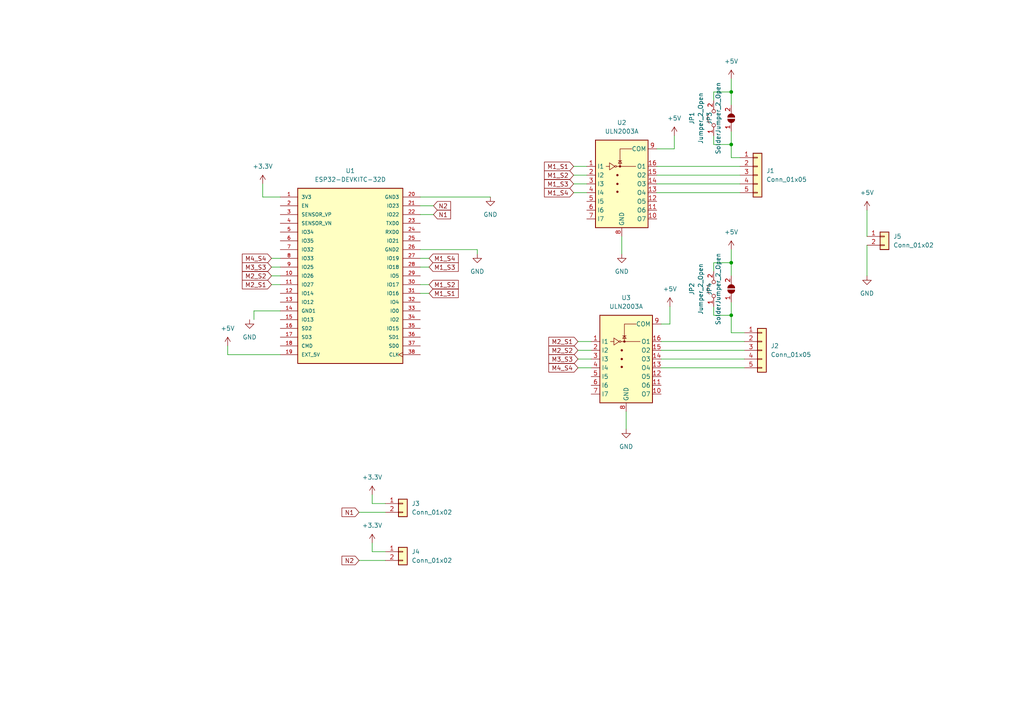
<source format=kicad_sch>
(kicad_sch (version 20211123) (generator eeschema)
  (paper "A4")
  (lib_symbols
    (symbol "Connector_Generic:Conn_01x02" (pin_names (offset 1.016) hide)
      (property "Reference" "J" (at 0 2.54 0))
      (property "Value" "Conn_01x02" (at 0 -5.08 0))
      (symbol "Conn_01x02_1_1"
        (rectangle (start -1.27 -2.413) (end 0 -2.667) (stroke (width 0.1524)))
        (rectangle (start -1.27 0.127) (end 0 -0.127) (stroke (width 0.1524)))
        (rectangle (start -1.27 1.27) (end 1.27 -3.81) (stroke (width 0.254)) (fill (type background)))
        (pin passive line (at -5.08 0 0) (length 3.81) (name "Pin_1") (number "1"))
        (pin passive line (at -5.08 -2.54 0) (length 3.81) (name "Pin_2") (number "2"))
      )
    )
    (symbol "Connector_Generic:Conn_01x05" (pin_names (offset 1.016) hide)
      (property "Reference" "J" (at 0 7.62 0))
      (property "Value" "Conn_01x05" (at 0 -7.62 0))
      (symbol "Conn_01x05_1_1"
        (rectangle (start -1.27 -4.953) (end 0 -5.207) (stroke (width 0.1524)))
        (rectangle (start -1.27 -2.413) (end 0 -2.667) (stroke (width 0.1524)))
        (rectangle (start -1.27 0.127) (end 0 -0.127) (stroke (width 0.1524)))
        (rectangle (start -1.27 2.667) (end 0 2.413) (stroke (width 0.1524)))
        (rectangle (start -1.27 5.207) (end 0 4.953) (stroke (width 0.1524)))
        (rectangle (start -1.27 6.35) (end 1.27 -6.35) (stroke (width 0.254)) (fill (type background)))
        (pin passive line (at -5.08 5.08 0) (length 3.81) (name "Pin_1") (number "1"))
        (pin passive line (at -5.08 2.54 0) (length 3.81) (name "Pin_2") (number "2"))
        (pin passive line (at -5.08 0 0) (length 3.81) (name "Pin_3") (number "3"))
        (pin passive line (at -5.08 -2.54 0) (length 3.81) (name "Pin_4") (number "4"))
        (pin passive line (at -5.08 -5.08 0) (length 3.81) (name "Pin_5") (number "5"))
      )
    )
    (symbol "ESP32-DEVKITC-32D:ESP32-DEVKITC-32D" (pin_names (offset 1.016))
      (property "Reference" "U" (at -15.2654 26.0604 0))
      (property "Value" "ESP32-DEVKITC-32D" (at -15.2654 -27.9654 0))
      (symbol "ESP32-DEVKITC-32D_0_0"
        (rectangle (start -15.24 -25.4) (end 15.24 25.4) (stroke (width 0.254)) (fill (type background)))
        (pin power_in line (at -20.32 22.86 0) (length 5.08) (name "3V3") (number "1"))
        (pin bidirectional line (at -20.32 0 0) (length 5.08) (name "IO26") (number "10"))
        (pin bidirectional line (at -20.32 -2.54 0) (length 5.08) (name "IO27") (number "11"))
        (pin bidirectional line (at -20.32 -5.08 0) (length 5.08) (name "IO14") (number "12"))
        (pin bidirectional line (at -20.32 -7.62 0) (length 5.08) (name "IO12") (number "13"))
        (pin power_in line (at -20.32 -10.16 0) (length 5.08) (name "GND1") (number "14"))
        (pin bidirectional line (at -20.32 -12.7 0) (length 5.08) (name "IO13") (number "15"))
        (pin bidirectional line (at -20.32 -15.24 0) (length 5.08) (name "SD2") (number "16"))
        (pin bidirectional line (at -20.32 -17.78 0) (length 5.08) (name "SD3") (number "17"))
        (pin bidirectional line (at -20.32 -20.32 0) (length 5.08) (name "CMD") (number "18"))
        (pin power_in line (at -20.32 -22.86 0) (length 5.08) (name "EXT_5V") (number "19"))
        (pin input line (at -20.32 20.32 0) (length 5.08) (name "EN") (number "2"))
        (pin power_in line (at 20.32 22.86 180) (length 5.08) (name "GND3") (number "20"))
        (pin bidirectional line (at 20.32 20.32 180) (length 5.08) (name "IO23") (number "21"))
        (pin bidirectional line (at 20.32 17.78 180) (length 5.08) (name "IO22") (number "22"))
        (pin output line (at 20.32 15.24 180) (length 5.08) (name "TXD0") (number "23"))
        (pin input line (at 20.32 12.7 180) (length 5.08) (name "RXD0") (number "24"))
        (pin bidirectional line (at 20.32 10.16 180) (length 5.08) (name "IO21") (number "25"))
        (pin power_in line (at 20.32 7.62 180) (length 5.08) (name "GND2") (number "26"))
        (pin bidirectional line (at 20.32 5.08 180) (length 5.08) (name "IO19") (number "27"))
        (pin bidirectional line (at 20.32 2.54 180) (length 5.08) (name "IO18") (number "28"))
        (pin bidirectional line (at 20.32 0 180) (length 5.08) (name "IO5") (number "29"))
        (pin input line (at -20.32 17.78 0) (length 5.08) (name "SENSOR_VP") (number "3"))
        (pin bidirectional line (at 20.32 -2.54 180) (length 5.08) (name "IO17") (number "30"))
        (pin bidirectional line (at 20.32 -5.08 180) (length 5.08) (name "IO16") (number "31"))
        (pin bidirectional line (at 20.32 -7.62 180) (length 5.08) (name "IO4") (number "32"))
        (pin bidirectional line (at 20.32 -10.16 180) (length 5.08) (name "IO0") (number "33"))
        (pin bidirectional line (at 20.32 -12.7 180) (length 5.08) (name "IO2") (number "34"))
        (pin bidirectional line (at 20.32 -15.24 180) (length 5.08) (name "IO15") (number "35"))
        (pin bidirectional line (at 20.32 -17.78 180) (length 5.08) (name "SD1") (number "36"))
        (pin bidirectional line (at 20.32 -20.32 180) (length 5.08) (name "SD0") (number "37"))
        (pin input clock (at 20.32 -22.86 180) (length 5.08) (name "CLK") (number "38"))
        (pin input line (at -20.32 15.24 0) (length 5.08) (name "SENSOR_VN") (number "4"))
        (pin bidirectional line (at -20.32 12.7 0) (length 5.08) (name "IO34") (number "5"))
        (pin bidirectional line (at -20.32 10.16 0) (length 5.08) (name "IO35") (number "6"))
        (pin bidirectional line (at -20.32 7.62 0) (length 5.08) (name "IO32") (number "7"))
        (pin bidirectional line (at -20.32 5.08 0) (length 5.08) (name "IO33") (number "8"))
        (pin bidirectional line (at -20.32 2.54 0) (length 5.08) (name "IO25") (number "9"))
      )
    )
    (symbol "Jumper:Jumper_2_Open" (pin_names (offset 0) hide)
      (property "Reference" "JP" (at 0 2.794 0))
      (property "Value" "Jumper_2_Open" (at 0 -2.286 0))
      (symbol "Jumper_2_Open_0_0"
        (circle (center -2.032 0) (radius 0.508))
        (circle (center 2.032 0) (radius 0.508))
      )
      (symbol "Jumper_2_Open_0_1"
        (arc (start 1.524 1.27) (mid 0 1.778) (end -1.524 1.27))
      )
      (symbol "Jumper_2_Open_1_1"
        (pin passive line (at -5.08 0 0) (length 2.54) (name "A") (number "1"))
        (pin passive line (at 5.08 0 180) (length 2.54) (name "B") (number "2"))
      )
    )
    (symbol "Jumper:SolderJumper_2_Open" (pin_names (offset 0) hide)
      (property "Reference" "JP" (at 0 2.032 0))
      (property "Value" "SolderJumper_2_Open" (at 0 -2.54 0))
      (symbol "SolderJumper_2_Open_0_1"
        (arc (start -0.254 1.016) (mid -1.27 0) (end -0.254 -1.016))
        (arc (start -0.254 1.016) (mid -1.27 0) (end -0.254 -1.016) (fill (type outline)))
        (polyline (pts (xy -0.254 1.016) (xy -0.254 -1.016)))
        (polyline (pts (xy 0.254 1.016) (xy 0.254 -1.016)))
        (arc (start 0.254 -1.016) (mid 1.27 0) (end 0.254 1.016))
        (arc (start 0.254 -1.016) (mid 1.27 0) (end 0.254 1.016) (fill (type outline)))
      )
      (symbol "SolderJumper_2_Open_1_1"
        (pin passive line (at -3.81 0 0) (length 2.54) (name "A") (number "1"))
        (pin passive line (at 3.81 0 180) (length 2.54) (name "B") (number "2"))
      )
    )
    (symbol "Transistor_Array:ULN2003A"
      (property "Reference" "U" (at 0 15.875 0))
      (property "Value" "ULN2003A" (at 0 13.97 0))
      (symbol "ULN2003A_0_1"
        (rectangle (start -7.62 -12.7) (end 7.62 12.7) (stroke (width 0.254)) (fill (type background)))
        (circle (center -1.778 5.08) (radius 0.254))
        (circle (center -1.27 -2.286) (radius 0.254) (fill (type outline)))
        (circle (center -1.27 0) (radius 0.254) (fill (type outline)))
        (circle (center -1.27 2.54) (radius 0.254) (fill (type outline)))
        (circle (center -0.508 5.08) (radius 0.254) (fill (type outline)))
        (polyline (pts (xy -4.572 5.08) (xy -3.556 5.08)))
        (polyline (pts (xy -1.524 5.08) (xy 4.064 5.08)))
        (polyline (pts (xy 0 6.731) (xy -1.016 6.731)))
        (polyline (pts (xy -0.508 5.08) (xy -0.508 10.16) (xy 2.921 10.16)))
        (polyline (pts (xy -3.556 6.096) (xy -3.556 4.064) (xy -2.032 5.08) (xy -3.556 6.096)))
        (polyline (pts (xy 0 5.969) (xy -1.016 5.969) (xy -0.508 6.731) (xy 0 5.969)))
      )
      (symbol "ULN2003A_1_1"
        (pin input line (at -10.16 5.08 0) (length 2.54) (name "I1") (number "1"))
        (pin open_collector line (at 10.16 -10.16 180) (length 2.54) (name "O7") (number "10"))
        (pin open_collector line (at 10.16 -7.62 180) (length 2.54) (name "O6") (number "11"))
        (pin open_collector line (at 10.16 -5.08 180) (length 2.54) (name "O5") (number "12"))
        (pin open_collector line (at 10.16 -2.54 180) (length 2.54) (name "O4") (number "13"))
        (pin open_collector line (at 10.16 0 180) (length 2.54) (name "O3") (number "14"))
        (pin open_collector line (at 10.16 2.54 180) (length 2.54) (name "O2") (number "15"))
        (pin open_collector line (at 10.16 5.08 180) (length 2.54) (name "O1") (number "16"))
        (pin input line (at -10.16 2.54 0) (length 2.54) (name "I2") (number "2"))
        (pin input line (at -10.16 0 0) (length 2.54) (name "I3") (number "3"))
        (pin input line (at -10.16 -2.54 0) (length 2.54) (name "I4") (number "4"))
        (pin input line (at -10.16 -5.08 0) (length 2.54) (name "I5") (number "5"))
        (pin input line (at -10.16 -7.62 0) (length 2.54) (name "I6") (number "6"))
        (pin input line (at -10.16 -10.16 0) (length 2.54) (name "I7") (number "7"))
        (pin power_in line (at 0 -15.24 90) (length 2.54) (name "GND") (number "8"))
        (pin passive line (at 10.16 10.16 180) (length 2.54) (name "COM") (number "9"))
      )
    )
    (symbol "power:+3.3V" (power) (pin_names (offset 0))
      (property "Value" "+3.3V" (at 0 3.556 0))
      (symbol "+3.3V_0_1"
        (polyline (pts (xy -0.762 1.27) (xy 0 2.54)))
        (polyline (pts (xy 0 0) (xy 0 2.54)))
        (polyline (pts (xy 0 2.54) (xy 0.762 1.27)))
      )
      (symbol "+3.3V_1_1"
        (pin power_in line (at 0 0 90) (length 0) hide (name "+3.3V") (number "1"))
      )
    )
    (symbol "power:+5V" (power) (pin_names (offset 0))
      (property "Value" "+5V" (at 0 3.556 0))
      (symbol "+5V_0_1"
        (polyline (pts (xy -0.762 1.27) (xy 0 2.54)))
        (polyline (pts (xy 0 0) (xy 0 2.54)))
        (polyline (pts (xy 0 2.54) (xy 0.762 1.27)))
      )
      (symbol "+5V_1_1"
        (pin power_in line (at 0 0 90) (length 0) hide (name "+5V") (number "1"))
      )
    )
    (symbol "power:GND" (power) (pin_names (offset 0))
      (property "Value" "GND" (at 0 -3.81 0))
      (symbol "GND_0_1"
        (polyline (pts (xy 0 0) (xy 0 -1.27) (xy 1.27 -1.27) (xy 0 -2.54) (xy -1.27 -1.27) (xy 0 -1.27)))
      )
      (symbol "GND_1_1"
        (pin power_in line (at 0 0 270) (length 0) hide (name "GND") (number "1"))
      )
    )
  )
  (junction (at 212.09 76.2))
  (junction (at 212.09 41.91))
  (junction (at 212.09 91.44))
  (junction (at 212.09 26.67))
  (wire (pts (xy 76.2 57.15) (xy 81.28 57.15)))
  (wire (pts (xy 73.66 90.17) (xy 81.28 90.17)))
  (wire (pts (xy 66.04 100.33) (xy 66.04 102.87)))
  (wire (pts (xy 167.64 104.14) (xy 171.45 104.14)))
  (wire (pts (xy 191.77 93.98) (xy 194.31 93.98)))
  (wire (pts (xy 121.92 62.23) (xy 125.73 62.23)))
  (wire (pts (xy 121.92 85.09) (xy 124.46 85.09)))
  (wire (pts (xy 166.37 50.8) (xy 170.18 50.8)))
  (wire (pts (xy 104.14 148.59) (xy 111.76 148.59)))
  (wire (pts (xy 190.5 50.8) (xy 214.63 50.8)))
  (wire (pts (xy 167.64 106.68) (xy 171.45 106.68)))
  (wire (pts (xy 207.01 26.67) (xy 207.01 29.21)))
  (wire (pts (xy 107.95 146.05) (xy 107.95 143.51)))
  (wire (pts (xy 191.77 101.6) (xy 215.9 101.6)))
  (wire (pts (xy 212.09 41.91) (xy 207.01 41.91)))
  (wire (pts (xy 191.77 106.68) (xy 215.9 106.68)))
  (wire (pts (xy 251.46 60.96) (xy 251.46 68.58)))
  (wire (pts (xy 190.5 48.26) (xy 214.63 48.26)))
  (wire (pts (xy 215.9 96.52) (xy 212.09 96.52)))
  (wire (pts (xy 181.61 119.38) (xy 181.61 124.46)))
  (wire (pts (xy 121.92 82.55) (xy 124.46 82.55)))
  (wire (pts (xy 214.63 45.72) (xy 212.09 45.72)))
  (wire (pts (xy 207.01 76.2) (xy 207.01 78.74)))
  (wire (pts (xy 212.09 96.52) (xy 212.09 91.44)))
  (wire (pts (xy 121.92 57.15) (xy 142.24 57.15)))
  (wire (pts (xy 191.77 99.06) (xy 215.9 99.06)))
  (wire (pts (xy 212.09 26.67) (xy 207.01 26.67)))
  (wire (pts (xy 194.31 88.9) (xy 194.31 93.98)))
  (wire (pts (xy 121.92 74.93) (xy 124.46 74.93)))
  (wire (pts (xy 167.64 99.06) (xy 171.45 99.06)))
  (wire (pts (xy 207.01 41.91) (xy 207.01 39.37)))
  (wire (pts (xy 251.46 71.12) (xy 251.46 80.01)))
  (wire (pts (xy 78.74 74.93) (xy 81.28 74.93)))
  (wire (pts (xy 104.14 162.56) (xy 111.76 162.56)))
  (wire (pts (xy 73.66 92.71) (xy 73.66 90.17)))
  (wire (pts (xy 212.09 76.2) (xy 207.01 76.2)))
  (wire (pts (xy 138.43 73.66) (xy 138.43 72.39)))
  (wire (pts (xy 212.09 22.86) (xy 212.09 26.67)))
  (wire (pts (xy 78.74 80.01) (xy 81.28 80.01)))
  (wire (pts (xy 212.09 72.39) (xy 212.09 76.2)))
  (wire (pts (xy 190.5 55.88) (xy 214.63 55.88)))
  (wire (pts (xy 212.09 30.48) (xy 212.09 26.67)))
  (wire (pts (xy 107.95 160.02) (xy 111.76 160.02)))
  (wire (pts (xy 121.92 77.47) (xy 124.46 77.47)))
  (wire (pts (xy 212.09 80.01) (xy 212.09 76.2)))
  (wire (pts (xy 107.95 157.48) (xy 107.95 160.02)))
  (wire (pts (xy 212.09 87.63) (xy 212.09 91.44)))
  (wire (pts (xy 166.37 48.26) (xy 170.18 48.26)))
  (wire (pts (xy 212.09 91.44) (xy 207.01 91.44)))
  (wire (pts (xy 167.64 101.6) (xy 171.45 101.6)))
  (wire (pts (xy 212.09 45.72) (xy 212.09 41.91)))
  (wire (pts (xy 207.01 91.44) (xy 207.01 88.9)))
  (wire (pts (xy 78.74 77.47) (xy 81.28 77.47)))
  (wire (pts (xy 76.2 53.34) (xy 76.2 57.15)))
  (wire (pts (xy 138.43 72.39) (xy 121.92 72.39)))
  (wire (pts (xy 180.34 68.58) (xy 180.34 73.66)))
  (wire (pts (xy 66.04 102.87) (xy 81.28 102.87)))
  (wire (pts (xy 191.77 104.14) (xy 215.9 104.14)))
  (wire (pts (xy 111.76 146.05) (xy 107.95 146.05)))
  (wire (pts (xy 195.58 43.18) (xy 195.58 39.37)))
  (wire (pts (xy 190.5 53.34) (xy 214.63 53.34)))
  (wire (pts (xy 166.37 55.88) (xy 170.18 55.88)))
  (wire (pts (xy 190.5 43.18) (xy 195.58 43.18)))
  (wire (pts (xy 212.09 38.1) (xy 212.09 41.91)))
  (wire (pts (xy 78.74 82.55) (xy 81.28 82.55)))
  (wire (pts (xy 121.92 59.69) (xy 125.73 59.69)))
  (wire (pts (xy 166.37 53.34) (xy 170.18 53.34)))
  (global_label "N2" (shape input) (at 125.73 59.69 0) (property "Intersheet References" "${INTERSHEET_REFS}" (effects hide)))
  (global_label "M1_S4" (shape input) (at 166.37 55.88 180) (property "Intersheet References" "${INTERSHEET_REFS}" (effects hide)))
  (global_label "M2_S2" (shape input) (at 78.74 80.01 180) (property "Intersheet References" "${INTERSHEET_REFS}" (effects hide)))
  (global_label "M4_S4" (shape input) (at 167.64 106.68 180) (property "Intersheet References" "${INTERSHEET_REFS}" (effects hide)))
  (global_label "M4_S4" (shape input) (at 78.74 74.93 180) (property "Intersheet References" "${INTERSHEET_REFS}" (effects hide)))
  (global_label "M1_S3" (shape input) (at 166.37 53.34 180) (property "Intersheet References" "${INTERSHEET_REFS}" (effects hide)))
  (global_label "M2_S1" (shape input) (at 167.64 99.06 180) (property "Intersheet References" "${INTERSHEET_REFS}" (effects hide)))
  (global_label "M1_S1" (shape input) (at 166.37 48.26 180) (property "Intersheet References" "${INTERSHEET_REFS}" (effects hide)))
  (global_label "M3_S3" (shape input) (at 167.64 104.14 180) (property "Intersheet References" "${INTERSHEET_REFS}" (effects hide)))
  (global_label "M1_S1" (shape input) (at 124.46 85.09 0) (property "Intersheet References" "${INTERSHEET_REFS}" (effects hide)))
  (global_label "N2" (shape input) (at 104.14 162.56 180) (property "Intersheet References" "${INTERSHEET_REFS}" (effects hide)))
  (global_label "M1_S3" (shape input) (at 124.46 77.47 0) (property "Intersheet References" "${INTERSHEET_REFS}" (effects hide)))
  (global_label "N1" (shape input) (at 104.14 148.59 180) (property "Intersheet References" "${INTERSHEET_REFS}" (effects hide)))
  (global_label "M2_S1" (shape input) (at 78.74 82.55 180) (property "Intersheet References" "${INTERSHEET_REFS}" (effects hide)))
  (global_label "M3_S3" (shape input) (at 78.74 77.47 180) (property "Intersheet References" "${INTERSHEET_REFS}" (effects hide)))
  (global_label "M1_S4" (shape input) (at 124.46 74.93 0) (property "Intersheet References" "${INTERSHEET_REFS}" (effects hide)))
  (global_label "N1" (shape input) (at 125.73 62.23 0) (property "Intersheet References" "${INTERSHEET_REFS}" (effects hide)))
  (global_label "M1_S2" (shape input) (at 166.37 50.8 180) (property "Intersheet References" "${INTERSHEET_REFS}" (effects hide)))
  (global_label "M2_S2" (shape input) (at 167.64 101.6 180) (property "Intersheet References" "${INTERSHEET_REFS}" (effects hide)))
  (global_label "M1_S2" (shape input) (at 124.46 82.55 0) (property "Intersheet References" "${INTERSHEET_REFS}" (effects hide)))
  (symbol (lib_id "power:GND") (at 181.61 124.46 0) (unit 1)
    (property "Reference" "#PWR06" (effects hide))
    (property "Value" "GND" (at 181.61 129.54 0))
  )
  (symbol (lib_id "Connector_Generic:Conn_01x02") (at 256.54 68.58 0) (unit 1)
    (property "Reference" "J5" (at 259.08 68.5799 0) (effects (justify left)))
    (property "Value" "Conn_01x02" (at 259.08 71.1199 0) (effects (justify left)))
    (property "Footprint" "Connector_PinHeader_2.54mm:PinHeader_1x02_P2.54mm_Vertical" (effects hide))
  )
  (symbol (lib_id "Connector_Generic:Conn_01x02") (at 116.84 146.05 0) (unit 1)
    (property "Reference" "J3" (at 119.38 146.0499 0) (effects (justify left)))
    (property "Value" "Conn_01x02" (at 119.38 148.5899 0) (effects (justify left)))
    (property "Footprint" "Connector_JST:JST_XH_B2B-XH-AM_1x02_P2.50mm_Vertical" (effects hide))
  )
  (symbol (lib_id "Transistor_Array:ULN2003A") (at 180.34 53.34 0) (unit 1)
    (property "Reference" "U2" (at 180.34 35.56 0))
    (property "Value" "ULN2003A" (at 180.34 38.1 0))
    (property "Footprint" "Package_SO:SOIC-16_3.9x9.9mm_P1.27mm" (effects hide))
    (property "Datasheet" "http://www.ti.com/lit/ds/symlink/uln2003a.pdf" (effects hide))
  )
  (symbol (lib_id "Connector_Generic:Conn_01x05") (at 219.71 50.8 0) (unit 1)
    (property "Reference" "J1" (at 222.25 49.5299 0) (effects (justify left)))
    (property "Value" "Conn_01x05" (at 222.25 52.0699 0) (effects (justify left)))
    (property "Footprint" "Connector_JST:JST_XH_B5B-XH-AM_1x05_P2.50mm_Vertical" (effects hide))
  )
  (symbol (lib_id "ESP32-DEVKITC-32D:ESP32-DEVKITC-32D") (at 101.6 80.01 0) (unit 1)
    (property "Reference" "U1" (at 101.6 49.53 0))
    (property "Value" "ESP32-DEVKITC-32D" (at 101.6 52.07 0))
    (property "Footprint" "ESP32-DEVKITC-32D:MODULE_ESP32-DEVKITC-32D_TWO-ROW" (effects hide))
    (property "PARTREV" "4" (effects hide))
    (property "MANUFACTURER" "Espressif Systems" (effects hide))
  )
  (symbol (lib_id "Jumper:SolderJumper_2_Open") (at 212.09 34.29 90) (unit 1)
    (property "Reference" "JP3" (at 205.74 34.29 0))
    (property "Value" "SolderJumper_2_Open" (at 208.28 34.29 0))
    (property "Footprint" "Jumper:SolderJumper-2_P1.3mm_Open_RoundedPad1.0x1.5mm" (effects hide))
  )
  (symbol (lib_id "power:+5V") (at 194.31 88.9 0) (unit 1)
    (property "Reference" "#PWR07" (effects hide))
    (property "Value" "+5V" (at 194.31 83.82 0))
  )
  (symbol (lib_id "Connector_Generic:Conn_01x05") (at 220.98 101.6 0) (unit 1)
    (property "Reference" "J2" (at 223.52 100.3299 0) (effects (justify left)))
    (property "Value" "Conn_01x05" (at 223.52 102.8699 0) (effects (justify left)))
    (property "Footprint" "Connector_JST:JST_XH_B5B-XH-AM_1x05_P2.50mm_Vertical" (effects hide))
  )
  (symbol (lib_id "power:+3.3V") (at 107.95 143.51 0) (unit 1)
    (property "Reference" "#PWR012" (effects hide))
    (property "Value" "+3.3V" (at 107.95 138.43 0))
  )
  (symbol (lib_id "power:+3.3V") (at 107.95 157.48 0) (unit 1)
    (property "Reference" "#PWR013" (effects hide))
    (property "Value" "+3.3V" (at 107.95 152.4 0))
  )
  (symbol (lib_id "power:+5V") (at 212.09 72.39 0) (unit 1)
    (property "Reference" "#PWR010" (effects hide))
    (property "Value" "+5V" (at 212.09 67.31 0))
  )
  (symbol (lib_id "Connector_Generic:Conn_01x02") (at 116.84 160.02 0) (unit 1)
    (property "Reference" "J4" (at 119.38 160.0199 0) (effects (justify left)))
    (property "Value" "Conn_01x02" (at 119.38 162.5599 0) (effects (justify left)))
    (property "Footprint" "Connector_JST:JST_XH_B2B-XH-AM_1x02_P2.50mm_Vertical" (effects hide))
  )
  (symbol (lib_id "Jumper:Jumper_2_Open") (at 207.01 83.82 90) (unit 1)
    (property "Reference" "JP2" (at 200.66 83.82 0))
    (property "Value" "Jumper_2_Open" (at 203.2 83.82 0))
    (property "Footprint" "Connector_PinHeader_2.54mm:PinHeader_1x02_P2.54mm_Vertical" (effects hide))
  )
  (symbol (lib_id "power:GND") (at 180.34 73.66 0) (unit 1)
    (property "Reference" "#PWR05" (effects hide))
    (property "Value" "GND" (at 180.34 78.74 0))
  )
  (symbol (lib_id "Jumper:SolderJumper_2_Open") (at 212.09 83.82 90) (unit 1)
    (property "Reference" "JP4" (at 205.74 83.82 0))
    (property "Value" "SolderJumper_2_Open" (at 208.28 83.82 0))
    (property "Footprint" "Jumper:SolderJumper-2_P1.3mm_Open_RoundedPad1.0x1.5mm" (effects hide))
  )
  (symbol (lib_id "power:+5V") (at 66.04 100.33 0) (unit 1)
    (property "Reference" "#PWR01" (effects hide))
    (property "Value" "+5V" (at 66.04 95.25 0))
  )
  (symbol (lib_id "Jumper:Jumper_2_Open") (at 207.01 34.29 90) (unit 1)
    (property "Reference" "JP1" (at 200.66 34.29 0))
    (property "Value" "Jumper_2_Open" (at 203.2 34.29 0))
    (property "Footprint" "Connector_PinHeader_2.54mm:PinHeader_1x02_P2.54mm_Vertical" (effects hide))
  )
  (symbol (lib_id "power:+5V") (at 212.09 22.86 0) (unit 1)
    (property "Reference" "#PWR09" (effects hide))
    (property "Value" "+5V" (at 212.09 17.78 0))
  )
  (symbol (lib_id "power:GND") (at 251.46 80.01 0) (unit 1)
    (property "Reference" "#PWR015" (effects hide))
    (property "Value" "GND" (at 251.46 85.09 0))
  )
  (symbol (lib_id "power:+3.3V") (at 76.2 53.34 0) (unit 1)
    (property "Reference" "#PWR011" (effects hide))
    (property "Value" "+3.3V" (at 76.2 48.26 0))
  )
  (symbol (lib_id "power:GND") (at 72.39 92.71 0) (unit 1)
    (property "Reference" "#PWR02" (effects hide))
    (property "Value" "GND" (at 72.39 97.79 0))
  )
  (symbol (lib_id "power:+5V") (at 195.58 39.37 0) (unit 1)
    (property "Reference" "#PWR08" (effects hide))
    (property "Value" "+5V" (at 195.58 34.29 0))
  )
  (symbol (lib_id "power:+5V") (at 251.46 60.96 0) (unit 1)
    (property "Reference" "#PWR014" (effects hide))
    (property "Value" "+5V" (at 251.46 55.88 0))
  )
  (symbol (lib_id "power:GND") (at 138.43 73.66 0) (unit 1)
    (property "Reference" "#PWR04" (effects hide))
    (property "Value" "GND" (at 138.43 78.74 0))
  )
  (symbol (lib_id "power:GND") (at 142.24 57.15 0) (unit 1)
    (property "Reference" "#PWR03" (effects hide))
    (property "Value" "GND" (at 142.24 62.23 0))
  )
  (symbol (lib_id "Transistor_Array:ULN2003A") (at 181.61 104.14 0) (unit 1)
    (property "Reference" "U3" (at 181.61 86.36 0))
    (property "Value" "ULN2003A" (at 181.61 88.9 0))
    (property "Footprint" "Package_SO:SOIC-16_3.9x9.9mm_P1.27mm" (effects hide))
    (property "Datasheet" "http://www.ti.com/lit/ds/symlink/uln2003a.pdf" (effects hide))
  )
)
</source>
